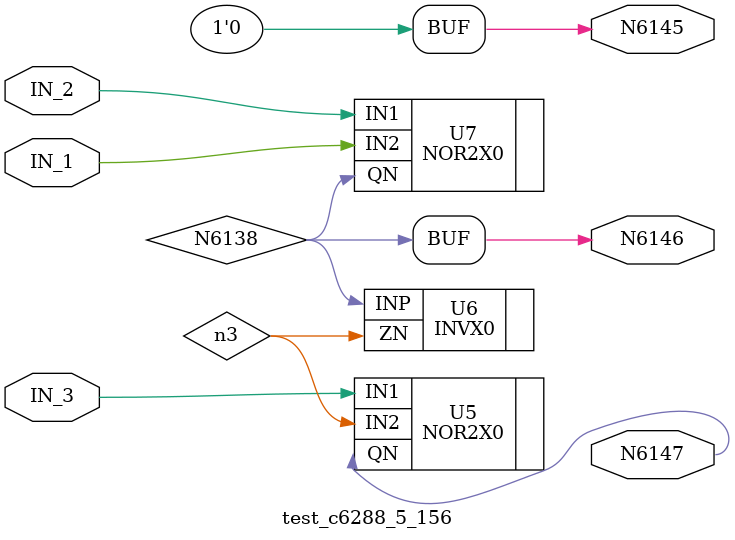
<source format=v>


module test_c6288_5_156 ( IN_1, IN_2, IN_3, N6145, N6146, N6147 );
  input IN_1, IN_2, IN_3;
  output N6145, N6146, N6147;
  wire   N6138, n3;
  assign N6146 = N6138;
  assign N6145 = 1'b0;

  NOR2X0 U5 ( .IN1(IN_3), .IN2(n3), .QN(N6147) );
  INVX0 U6 ( .INP(N6138), .ZN(n3) );
  NOR2X0 U7 ( .IN1(IN_2), .IN2(IN_1), .QN(N6138) );
endmodule


</source>
